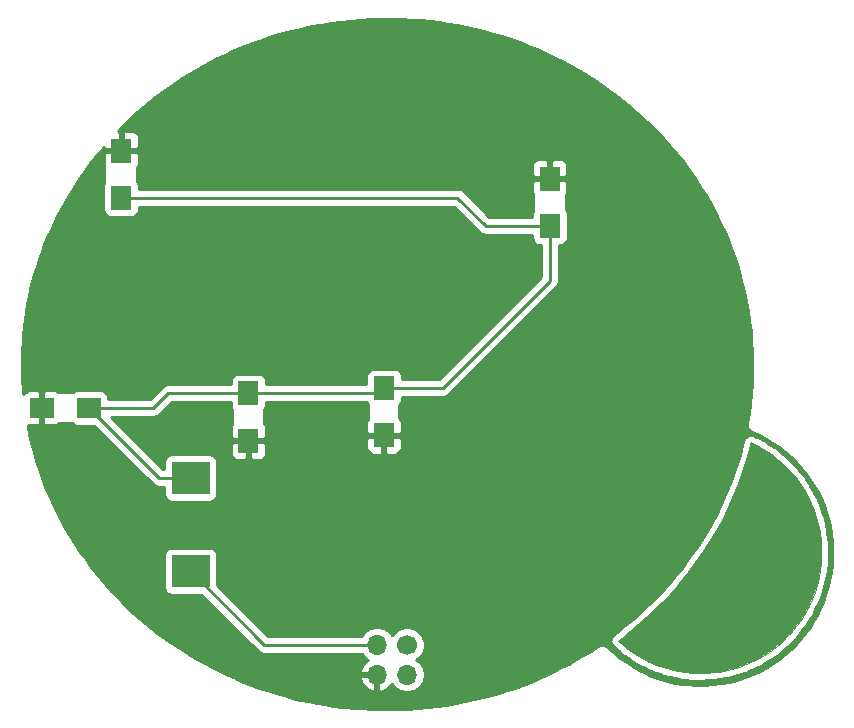
<source format=gbl>
G04 #@! TF.FileFunction,Copper,L2,Bot,Signal*
%FSLAX46Y46*%
G04 Gerber Fmt 4.6, Leading zero omitted, Abs format (unit mm)*
G04 Created by KiCad (PCBNEW 4.0.7) date 07/17/18 15:25:19*
%MOMM*%
%LPD*%
G01*
G04 APERTURE LIST*
%ADD10C,0.100000*%
%ADD11C,0.010000*%
%ADD12C,6.000000*%
%ADD13R,1.700000X2.000000*%
%ADD14R,2.000000X1.700000*%
%ADD15R,3.200000X2.700000*%
%ADD16C,1.700000*%
%ADD17O,1.700000X1.700000*%
%ADD18C,0.250000*%
%ADD19C,0.254000*%
G04 APERTURE END LIST*
D10*
D11*
G36*
X177232361Y-102125226D02*
X177298128Y-102151293D01*
X177393923Y-102195233D01*
X177507079Y-102250370D01*
X177965478Y-102492068D01*
X178406483Y-102755095D01*
X178838277Y-103044813D01*
X179269041Y-103366587D01*
X179527200Y-103574614D01*
X179652751Y-103682865D01*
X179798133Y-103815635D01*
X179957302Y-103966799D01*
X180124210Y-104130235D01*
X180292813Y-104299816D01*
X180457065Y-104469418D01*
X180610920Y-104632918D01*
X180748333Y-104784189D01*
X180863258Y-104917108D01*
X180914898Y-104980433D01*
X181318534Y-105521312D01*
X181681759Y-106074475D01*
X182004924Y-106640805D01*
X182288378Y-107221184D01*
X182532472Y-107816497D01*
X182737554Y-108427626D01*
X182903975Y-109055454D01*
X183032084Y-109700866D01*
X183122231Y-110364744D01*
X183146005Y-110614883D01*
X183153847Y-110738515D01*
X183159834Y-110895479D01*
X183163963Y-111076813D01*
X183166235Y-111273558D01*
X183166649Y-111476751D01*
X183165204Y-111677432D01*
X183161900Y-111866640D01*
X183156736Y-112035414D01*
X183149712Y-112174793D01*
X183146111Y-112223550D01*
X183070519Y-112872564D01*
X182953667Y-113514126D01*
X182796230Y-114146587D01*
X182598882Y-114768299D01*
X182362298Y-115377614D01*
X182087151Y-115972884D01*
X181774116Y-116552460D01*
X181423867Y-117114696D01*
X181037079Y-117657942D01*
X180799496Y-117959716D01*
X180699674Y-118077050D01*
X180575645Y-118214961D01*
X180433723Y-118367053D01*
X180280224Y-118526927D01*
X180121463Y-118688186D01*
X179963757Y-118844432D01*
X179813420Y-118989268D01*
X179676767Y-119116296D01*
X179560115Y-119219118D01*
X179537783Y-119237839D01*
X179008716Y-119651564D01*
X178468754Y-120024703D01*
X177916521Y-120357916D01*
X177350645Y-120651866D01*
X176769751Y-120907215D01*
X176172464Y-121124625D01*
X175557410Y-121304757D01*
X174965783Y-121439899D01*
X174499597Y-121520796D01*
X174016543Y-121582436D01*
X173528009Y-121623991D01*
X173045383Y-121644636D01*
X172580054Y-121643545D01*
X172314446Y-121632147D01*
X171653528Y-121572130D01*
X171005632Y-121471861D01*
X170371183Y-121331505D01*
X169750603Y-121151226D01*
X169144317Y-120931186D01*
X168552747Y-120671550D01*
X167976319Y-120372483D01*
X167415455Y-120034146D01*
X166870580Y-119656705D01*
X166533172Y-119396882D01*
X166426499Y-119309976D01*
X166316876Y-119218197D01*
X166215190Y-119130817D01*
X166132329Y-119057107D01*
X166110636Y-119037048D01*
X165954990Y-118891050D01*
X166290553Y-118633444D01*
X166978658Y-118086743D01*
X167667239Y-117503482D01*
X168350736Y-116889004D01*
X169023590Y-116248649D01*
X169680242Y-115587760D01*
X170315131Y-114911677D01*
X170922700Y-114225743D01*
X171122284Y-113990966D01*
X171836472Y-113111600D01*
X172510246Y-112219909D01*
X173143798Y-111315526D01*
X173737324Y-110398082D01*
X174291020Y-109467207D01*
X174805078Y-108522533D01*
X175279695Y-107563692D01*
X175715065Y-106590315D01*
X176111382Y-105602032D01*
X176468842Y-104598476D01*
X176787638Y-103579277D01*
X176973691Y-102910216D01*
X177011099Y-102767639D01*
X177047114Y-102628087D01*
X177079454Y-102500578D01*
X177105836Y-102394131D01*
X177123977Y-102317761D01*
X177126399Y-102306966D01*
X177145121Y-102227077D01*
X177162392Y-102161812D01*
X177174879Y-102123625D01*
X177176164Y-102120945D01*
X177192935Y-102115591D01*
X177232361Y-102125226D01*
X177232361Y-102125226D01*
G37*
X177232361Y-102125226D02*
X177298128Y-102151293D01*
X177393923Y-102195233D01*
X177507079Y-102250370D01*
X177965478Y-102492068D01*
X178406483Y-102755095D01*
X178838277Y-103044813D01*
X179269041Y-103366587D01*
X179527200Y-103574614D01*
X179652751Y-103682865D01*
X179798133Y-103815635D01*
X179957302Y-103966799D01*
X180124210Y-104130235D01*
X180292813Y-104299816D01*
X180457065Y-104469418D01*
X180610920Y-104632918D01*
X180748333Y-104784189D01*
X180863258Y-104917108D01*
X180914898Y-104980433D01*
X181318534Y-105521312D01*
X181681759Y-106074475D01*
X182004924Y-106640805D01*
X182288378Y-107221184D01*
X182532472Y-107816497D01*
X182737554Y-108427626D01*
X182903975Y-109055454D01*
X183032084Y-109700866D01*
X183122231Y-110364744D01*
X183146005Y-110614883D01*
X183153847Y-110738515D01*
X183159834Y-110895479D01*
X183163963Y-111076813D01*
X183166235Y-111273558D01*
X183166649Y-111476751D01*
X183165204Y-111677432D01*
X183161900Y-111866640D01*
X183156736Y-112035414D01*
X183149712Y-112174793D01*
X183146111Y-112223550D01*
X183070519Y-112872564D01*
X182953667Y-113514126D01*
X182796230Y-114146587D01*
X182598882Y-114768299D01*
X182362298Y-115377614D01*
X182087151Y-115972884D01*
X181774116Y-116552460D01*
X181423867Y-117114696D01*
X181037079Y-117657942D01*
X180799496Y-117959716D01*
X180699674Y-118077050D01*
X180575645Y-118214961D01*
X180433723Y-118367053D01*
X180280224Y-118526927D01*
X180121463Y-118688186D01*
X179963757Y-118844432D01*
X179813420Y-118989268D01*
X179676767Y-119116296D01*
X179560115Y-119219118D01*
X179537783Y-119237839D01*
X179008716Y-119651564D01*
X178468754Y-120024703D01*
X177916521Y-120357916D01*
X177350645Y-120651866D01*
X176769751Y-120907215D01*
X176172464Y-121124625D01*
X175557410Y-121304757D01*
X174965783Y-121439899D01*
X174499597Y-121520796D01*
X174016543Y-121582436D01*
X173528009Y-121623991D01*
X173045383Y-121644636D01*
X172580054Y-121643545D01*
X172314446Y-121632147D01*
X171653528Y-121572130D01*
X171005632Y-121471861D01*
X170371183Y-121331505D01*
X169750603Y-121151226D01*
X169144317Y-120931186D01*
X168552747Y-120671550D01*
X167976319Y-120372483D01*
X167415455Y-120034146D01*
X166870580Y-119656705D01*
X166533172Y-119396882D01*
X166426499Y-119309976D01*
X166316876Y-119218197D01*
X166215190Y-119130817D01*
X166132329Y-119057107D01*
X166110636Y-119037048D01*
X165954990Y-118891050D01*
X166290553Y-118633444D01*
X166978658Y-118086743D01*
X167667239Y-117503482D01*
X168350736Y-116889004D01*
X169023590Y-116248649D01*
X169680242Y-115587760D01*
X170315131Y-114911677D01*
X170922700Y-114225743D01*
X171122284Y-113990966D01*
X171836472Y-113111600D01*
X172510246Y-112219909D01*
X173143798Y-111315526D01*
X173737324Y-110398082D01*
X174291020Y-109467207D01*
X174805078Y-108522533D01*
X175279695Y-107563692D01*
X175715065Y-106590315D01*
X176111382Y-105602032D01*
X176468842Y-104598476D01*
X176787638Y-103579277D01*
X176973691Y-102910216D01*
X177011099Y-102767639D01*
X177047114Y-102628087D01*
X177079454Y-102500578D01*
X177105836Y-102394131D01*
X177123977Y-102317761D01*
X177126399Y-102306966D01*
X177145121Y-102227077D01*
X177162392Y-102161812D01*
X177174879Y-102123625D01*
X177176164Y-102120945D01*
X177192935Y-102115591D01*
X177232361Y-102125226D01*
D12*
X176632995Y-114113371D03*
D13*
X134656600Y-101948999D03*
X134656600Y-97948999D03*
X160178000Y-79765601D03*
X160178000Y-83765601D03*
D14*
X117151401Y-99189400D03*
X121151401Y-99189400D03*
D13*
X146137400Y-101501399D03*
X146137400Y-97501399D03*
X123881400Y-77393801D03*
X123881400Y-81393801D03*
D15*
X129762200Y-105116201D03*
X129762200Y-113016201D03*
D16*
X148084401Y-119228001D03*
D17*
X148084401Y-121768001D03*
X145544401Y-119228001D03*
X145544401Y-121768001D03*
D18*
X160178000Y-83765601D02*
X154733201Y-83765601D01*
X152361401Y-81393801D02*
X123881400Y-81393801D01*
X154733201Y-83765601D02*
X152361401Y-81393801D01*
X146137400Y-97501399D02*
X151113801Y-97501399D01*
X160178000Y-88437200D02*
X160178000Y-83765601D01*
X151113801Y-97501399D02*
X160178000Y-88437200D01*
X134656600Y-97948999D02*
X145689800Y-97948999D01*
X145689800Y-97948999D02*
X146137400Y-97501399D01*
X121151401Y-99189400D02*
X126616600Y-99189400D01*
X127857001Y-97948999D02*
X134656600Y-97948999D01*
X126616600Y-99189400D02*
X127857001Y-97948999D01*
X129762200Y-105116201D02*
X127078202Y-105116201D01*
X127078202Y-105116201D02*
X121151401Y-99189400D01*
X145544401Y-119228001D02*
X135974000Y-119228001D01*
X135974000Y-119228001D02*
X129762200Y-113016201D01*
D19*
G36*
X147557999Y-66273951D02*
X148409735Y-66313574D01*
X149258157Y-66374224D01*
X150032869Y-66454207D01*
X150808362Y-66552324D01*
X151581334Y-66668283D01*
X152351174Y-66802058D01*
X153117526Y-66953662D01*
X153879848Y-67123072D01*
X154637749Y-67310299D01*
X155390700Y-67515321D01*
X156138295Y-67738143D01*
X156880030Y-67978747D01*
X157615485Y-68237137D01*
X158344121Y-68513276D01*
X159065604Y-68807202D01*
X159779302Y-69118836D01*
X160484964Y-69448258D01*
X161179242Y-69794024D01*
X162168942Y-70330259D01*
X163140649Y-70901634D01*
X164092705Y-71507703D01*
X165023513Y-72148055D01*
X165931410Y-72822233D01*
X166814807Y-73529826D01*
X167672023Y-74270351D01*
X168502566Y-75044413D01*
X169120534Y-75660782D01*
X169722039Y-76296381D01*
X170305238Y-76949471D01*
X170869391Y-77619396D01*
X171413888Y-78305648D01*
X171938029Y-79007603D01*
X172441160Y-79724700D01*
X172922632Y-80456379D01*
X173381736Y-81201977D01*
X173817881Y-81961023D01*
X174230365Y-82732858D01*
X174618556Y-83516938D01*
X174981810Y-84312692D01*
X175319469Y-85119521D01*
X175630905Y-85936889D01*
X175915856Y-86765327D01*
X176174380Y-87596566D01*
X176406860Y-88434749D01*
X176613303Y-89279436D01*
X176793603Y-90129801D01*
X176947659Y-90985041D01*
X177075365Y-91844335D01*
X177176612Y-92706817D01*
X177251303Y-93571736D01*
X177299343Y-94438153D01*
X177320624Y-95305362D01*
X177315060Y-96172462D01*
X177282552Y-97038637D01*
X177222998Y-97903068D01*
X177136312Y-98764947D01*
X177022412Y-99623427D01*
X176879404Y-100488586D01*
X176880882Y-100533986D01*
X176870589Y-100578230D01*
X176885191Y-100666398D01*
X176888098Y-100755718D01*
X176906837Y-100797097D01*
X176914259Y-100841912D01*
X176961490Y-100917780D01*
X176998357Y-100999189D01*
X177031505Y-101030248D01*
X177055512Y-101068810D01*
X177128182Y-101120829D01*
X177193396Y-101181932D01*
X177235905Y-101197940D01*
X177272843Y-101224382D01*
X177882592Y-101500286D01*
X178459376Y-101803801D01*
X179019506Y-102141879D01*
X179560396Y-102512872D01*
X180079442Y-102915059D01*
X180574132Y-103346727D01*
X181041925Y-103806082D01*
X181482741Y-104293970D01*
X181867948Y-104766330D01*
X182223461Y-105257270D01*
X182550480Y-105767279D01*
X182848535Y-106294759D01*
X183117210Y-106838212D01*
X183356032Y-107396005D01*
X183564574Y-107966589D01*
X183740576Y-108542409D01*
X183895555Y-109218823D01*
X184010597Y-109901264D01*
X184081486Y-110573393D01*
X184106074Y-111237291D01*
X184106074Y-111655733D01*
X184047542Y-112377453D01*
X183962860Y-113098851D01*
X183840892Y-113809102D01*
X183764484Y-114150730D01*
X183673812Y-114494081D01*
X183495379Y-115065600D01*
X183287487Y-115623633D01*
X183049839Y-116170329D01*
X182783195Y-116704461D01*
X182488317Y-117224826D01*
X182165987Y-117730183D01*
X181816982Y-118219325D01*
X181443567Y-118689174D01*
X181018280Y-119164278D01*
X180565846Y-119616256D01*
X180088658Y-120042280D01*
X179588460Y-120440295D01*
X179067035Y-120808265D01*
X178526128Y-121144226D01*
X177967535Y-121446223D01*
X177390726Y-121713433D01*
X176719698Y-121979432D01*
X176037932Y-122200386D01*
X175345326Y-122376884D01*
X174644263Y-122508536D01*
X173937134Y-122594965D01*
X173226295Y-122635795D01*
X172514154Y-122630712D01*
X171794977Y-122578685D01*
X171323125Y-122524609D01*
X170855791Y-122449965D01*
X170392777Y-122354975D01*
X169934786Y-122239970D01*
X169482504Y-122105281D01*
X169036601Y-121951232D01*
X168597849Y-121778185D01*
X168166923Y-121586474D01*
X167744524Y-121376443D01*
X167331372Y-121148449D01*
X166928183Y-120902856D01*
X166535614Y-120639989D01*
X166154401Y-120360231D01*
X165785227Y-120063932D01*
X165428822Y-119751488D01*
X165074928Y-119412787D01*
X165025228Y-119381133D01*
X164983694Y-119339331D01*
X164913584Y-119310026D01*
X164849495Y-119269207D01*
X164791466Y-119258982D01*
X164737096Y-119236256D01*
X164661107Y-119236012D01*
X164586276Y-119222826D01*
X164528749Y-119235586D01*
X164469823Y-119235397D01*
X164399526Y-119264250D01*
X164325345Y-119280705D01*
X164277082Y-119314507D01*
X164222567Y-119336883D01*
X163622366Y-119735140D01*
X163019701Y-120114227D01*
X162407920Y-120478734D01*
X161787409Y-120828587D01*
X161158471Y-121163753D01*
X160521489Y-121484161D01*
X159876782Y-121789771D01*
X159224769Y-122080493D01*
X158565728Y-122356307D01*
X157900088Y-122617124D01*
X157228199Y-122862891D01*
X156550379Y-123093566D01*
X155866984Y-123309092D01*
X155178399Y-123509404D01*
X154485065Y-123694425D01*
X153788257Y-123863881D01*
X152994551Y-124035625D01*
X152195177Y-124188004D01*
X151391557Y-124320961D01*
X150584948Y-124434483D01*
X149776631Y-124528550D01*
X148967950Y-124603155D01*
X148160069Y-124658303D01*
X147361280Y-124693671D01*
X145383395Y-124693671D01*
X143965742Y-124615481D01*
X142549636Y-124481518D01*
X141849996Y-124393502D01*
X141148416Y-124290090D01*
X140447914Y-124171325D01*
X139750166Y-124037211D01*
X139047510Y-123880926D01*
X138346030Y-123708753D01*
X137648573Y-123521301D01*
X136955484Y-123318623D01*
X136267040Y-123100745D01*
X135583706Y-122867757D01*
X134905834Y-122619713D01*
X134233718Y-122356645D01*
X133678589Y-122124891D01*
X144102925Y-122124891D01*
X144272756Y-122534925D01*
X144663043Y-122963184D01*
X145187509Y-123209487D01*
X145417401Y-123088820D01*
X145417401Y-121895001D01*
X144224246Y-121895001D01*
X144102925Y-122124891D01*
X133678589Y-122124891D01*
X133567737Y-122078613D01*
X132908290Y-121785693D01*
X132255699Y-121477927D01*
X131610365Y-121155391D01*
X130972601Y-120818122D01*
X130342742Y-120466163D01*
X129721236Y-120099626D01*
X129111059Y-119720201D01*
X128009254Y-118983362D01*
X126941520Y-118203649D01*
X125908155Y-117380491D01*
X124911614Y-116514772D01*
X123951549Y-115604732D01*
X123491025Y-115138346D01*
X123038587Y-114659200D01*
X122597142Y-114170036D01*
X122166990Y-113670963D01*
X121748534Y-113162209D01*
X121341599Y-112643288D01*
X120870718Y-112014904D01*
X120623961Y-111666201D01*
X127514760Y-111666201D01*
X127514760Y-114366201D01*
X127559038Y-114601518D01*
X127698110Y-114817642D01*
X127910310Y-114962632D01*
X128162200Y-115013641D01*
X130684838Y-115013641D01*
X135436599Y-119765402D01*
X135683161Y-119930149D01*
X135974000Y-119988001D01*
X144271447Y-119988001D01*
X144465254Y-120278055D01*
X144805954Y-120505703D01*
X144663043Y-120572818D01*
X144272756Y-121001077D01*
X144102925Y-121411111D01*
X144224246Y-121641001D01*
X145417401Y-121641001D01*
X145417401Y-121621001D01*
X145671401Y-121621001D01*
X145671401Y-121641001D01*
X145691401Y-121641001D01*
X145691401Y-121895001D01*
X145671401Y-121895001D01*
X145671401Y-123088820D01*
X145901293Y-123209487D01*
X146425759Y-122963184D01*
X146816046Y-122534925D01*
X146816056Y-122534900D01*
X147005254Y-122818055D01*
X147487023Y-123139962D01*
X148055308Y-123253001D01*
X148113494Y-123253001D01*
X148681779Y-123139962D01*
X149163548Y-122818055D01*
X149485455Y-122336286D01*
X149598494Y-121768001D01*
X149485455Y-121199716D01*
X149163548Y-120717947D01*
X148859241Y-120514616D01*
X148924487Y-120487657D01*
X149342589Y-120070284D01*
X149569143Y-119524682D01*
X149569658Y-118933912D01*
X149560402Y-118911510D01*
X165315318Y-118911510D01*
X165331998Y-118983293D01*
X165336835Y-119056833D01*
X165359993Y-119103766D01*
X165371839Y-119154745D01*
X165414721Y-119214682D01*
X165447331Y-119280771D01*
X165486687Y-119315270D01*
X165517140Y-119357834D01*
X165672786Y-119503833D01*
X165674764Y-119505065D01*
X165676131Y-119506947D01*
X165697824Y-119527007D01*
X165703173Y-119530286D01*
X165706956Y-119535289D01*
X165789817Y-119608999D01*
X165794633Y-119611825D01*
X165798077Y-119616221D01*
X165899763Y-119703601D01*
X165903409Y-119705657D01*
X165906032Y-119708918D01*
X166015656Y-119800698D01*
X166019485Y-119802793D01*
X166022264Y-119806155D01*
X166128937Y-119893062D01*
X166136822Y-119897241D01*
X166142694Y-119903959D01*
X166480103Y-120163782D01*
X166494765Y-120171044D01*
X166506142Y-120182809D01*
X167051017Y-120560250D01*
X167069767Y-120568387D01*
X167084872Y-120582156D01*
X167645736Y-120920493D01*
X167665320Y-120927563D01*
X167681577Y-120940574D01*
X168258005Y-121239641D01*
X168278257Y-121245514D01*
X168295538Y-121257590D01*
X168887108Y-121517227D01*
X168907828Y-121521800D01*
X168925976Y-121532790D01*
X169532262Y-121752830D01*
X169553235Y-121756038D01*
X169572063Y-121765818D01*
X170192643Y-121946097D01*
X170213644Y-121947915D01*
X170232941Y-121956396D01*
X170867391Y-122096752D01*
X170888196Y-122097197D01*
X170907750Y-122104332D01*
X171555646Y-122204601D01*
X171576058Y-122203727D01*
X171595649Y-122209507D01*
X172256566Y-122269524D01*
X172271961Y-122267889D01*
X172287007Y-122271559D01*
X172552615Y-122282957D01*
X172565638Y-122280943D01*
X172578553Y-122283543D01*
X173043882Y-122284634D01*
X173058257Y-122281810D01*
X173072735Y-122284051D01*
X173555361Y-122263406D01*
X173568654Y-122260166D01*
X173582252Y-122261688D01*
X174070786Y-122220133D01*
X174083918Y-122216340D01*
X174097553Y-122217288D01*
X174580607Y-122155648D01*
X174594438Y-122151014D01*
X174609021Y-122151372D01*
X175075207Y-122070475D01*
X175091185Y-122064311D01*
X175108304Y-122063828D01*
X175699931Y-121928686D01*
X175717794Y-121920689D01*
X175737292Y-121918958D01*
X176352346Y-121738826D01*
X176370799Y-121729190D01*
X176391371Y-121726023D01*
X176988658Y-121508613D01*
X177006697Y-121497666D01*
X177027297Y-121493107D01*
X177608191Y-121237758D01*
X177625446Y-121225685D01*
X177645669Y-121219810D01*
X178211545Y-120925860D01*
X178227696Y-120912920D01*
X178247164Y-120905890D01*
X178799397Y-120572677D01*
X178814206Y-120559175D01*
X178832599Y-120551217D01*
X179372561Y-120178078D01*
X179385877Y-120164339D01*
X179402960Y-120155719D01*
X179932027Y-119741994D01*
X179939241Y-119733614D01*
X179948938Y-119728300D01*
X179971270Y-119709579D01*
X179976327Y-119703285D01*
X179983307Y-119699231D01*
X180099959Y-119596409D01*
X180105181Y-119589568D01*
X180112506Y-119585051D01*
X180249159Y-119458023D01*
X180252564Y-119453309D01*
X180257457Y-119450170D01*
X180407794Y-119305334D01*
X180410395Y-119301594D01*
X180414196Y-119299080D01*
X180571902Y-119142834D01*
X180574173Y-119139469D01*
X180577530Y-119137188D01*
X180736291Y-118975929D01*
X180738534Y-118972515D01*
X180741883Y-118970177D01*
X180895382Y-118810303D01*
X180897880Y-118806394D01*
X180901645Y-118803686D01*
X181043567Y-118651594D01*
X181046717Y-118646508D01*
X181051509Y-118642925D01*
X181175538Y-118505014D01*
X181180112Y-118497315D01*
X181187135Y-118491757D01*
X181286957Y-118374423D01*
X181292970Y-118363637D01*
X181302355Y-118355611D01*
X181539938Y-118053836D01*
X181547036Y-118039882D01*
X181558433Y-118029143D01*
X181945221Y-117485897D01*
X181953413Y-117467670D01*
X181967084Y-117453097D01*
X182317333Y-116890861D01*
X182324423Y-116872070D01*
X182337229Y-116856603D01*
X182650264Y-116277028D01*
X182656209Y-116257733D01*
X182668094Y-116241409D01*
X182943241Y-115646138D01*
X182948001Y-115626396D01*
X182958904Y-115609263D01*
X183195488Y-114999948D01*
X183199026Y-114979824D01*
X183208887Y-114961931D01*
X183406235Y-114340219D01*
X183408513Y-114319786D01*
X183417278Y-114301183D01*
X183574715Y-113668722D01*
X183575700Y-113648049D01*
X183583308Y-113628807D01*
X183700160Y-112987245D01*
X183699823Y-112966425D01*
X183706222Y-112946606D01*
X183781814Y-112297592D01*
X183780712Y-112283914D01*
X183784373Y-112270689D01*
X183787974Y-112221932D01*
X183787043Y-112214381D01*
X183788901Y-112207005D01*
X183795925Y-112067626D01*
X183794989Y-112061259D01*
X183796437Y-112054987D01*
X183801601Y-111886213D01*
X183800895Y-111881992D01*
X183801802Y-111877814D01*
X183805106Y-111688606D01*
X183804511Y-111685315D01*
X183805187Y-111682040D01*
X183806632Y-111481359D01*
X183806066Y-111478403D01*
X183806648Y-111475447D01*
X183806234Y-111272254D01*
X183805623Y-111269213D01*
X183806192Y-111266168D01*
X183803920Y-111069423D01*
X183803165Y-111065846D01*
X183803797Y-111062244D01*
X183799668Y-110880910D01*
X183798581Y-110876027D01*
X183799369Y-110871085D01*
X183793382Y-110714122D01*
X183791475Y-110706137D01*
X183792563Y-110698001D01*
X183784721Y-110574369D01*
X183782098Y-110564495D01*
X183783134Y-110554328D01*
X183759360Y-110304189D01*
X183755609Y-110291671D01*
X183756411Y-110278630D01*
X183666264Y-109614752D01*
X183659829Y-109596045D01*
X183659837Y-109576262D01*
X183531728Y-108930850D01*
X183523895Y-108911918D01*
X183522610Y-108891470D01*
X183356189Y-108263642D01*
X183346965Y-108244811D01*
X183344301Y-108224015D01*
X183139219Y-107612885D01*
X183128688Y-107594498D01*
X183124628Y-107573697D01*
X182880534Y-106978385D01*
X182868850Y-106960763D01*
X182863456Y-106940319D01*
X182580002Y-106359940D01*
X182567386Y-106343368D01*
X182560791Y-106323611D01*
X182237626Y-105757281D01*
X182224341Y-105741977D01*
X182216736Y-105723192D01*
X181853511Y-105170029D01*
X181839840Y-105156137D01*
X181831454Y-105138541D01*
X181427817Y-104597662D01*
X181417437Y-104588310D01*
X181410888Y-104575965D01*
X181359248Y-104512640D01*
X181352019Y-104506669D01*
X181347388Y-104498517D01*
X181232463Y-104365598D01*
X181226169Y-104360698D01*
X181222060Y-104353860D01*
X181084647Y-104202589D01*
X181080043Y-104199182D01*
X181077007Y-104194326D01*
X180923152Y-104030826D01*
X180919344Y-104028111D01*
X180916807Y-104024179D01*
X180752554Y-103854577D01*
X180749036Y-103852144D01*
X180746668Y-103848578D01*
X180578065Y-103678997D01*
X180574441Y-103676561D01*
X180571977Y-103672955D01*
X180405069Y-103509520D01*
X180400903Y-103506799D01*
X180398031Y-103502732D01*
X180238861Y-103351568D01*
X180233486Y-103348174D01*
X180229718Y-103343053D01*
X180084336Y-103210283D01*
X180076388Y-103205478D01*
X180070671Y-103198156D01*
X179945120Y-103089905D01*
X179935707Y-103084575D01*
X179928768Y-103076273D01*
X179670609Y-102868246D01*
X179660034Y-102862714D01*
X179652051Y-102853846D01*
X179221287Y-102532072D01*
X179206459Y-102524996D01*
X179194864Y-102513357D01*
X178763070Y-102223639D01*
X178747133Y-102217002D01*
X178734315Y-102205435D01*
X178293310Y-101942408D01*
X178277231Y-101936694D01*
X178263977Y-101925942D01*
X177805578Y-101684244D01*
X177795657Y-101681296D01*
X177787419Y-101675036D01*
X177674263Y-101619899D01*
X177666912Y-101617966D01*
X177660753Y-101613510D01*
X177564957Y-101569570D01*
X177548316Y-101565609D01*
X177533947Y-101556323D01*
X177468180Y-101530256D01*
X177424522Y-101522266D01*
X177384294Y-101503522D01*
X177344868Y-101493887D01*
X177294694Y-101491711D01*
X177246430Y-101477831D01*
X177171112Y-101486353D01*
X177095388Y-101483069D01*
X177048204Y-101500259D01*
X176998298Y-101505905D01*
X176981527Y-101511259D01*
X176973187Y-101515873D01*
X176963757Y-101517221D01*
X176919953Y-101543161D01*
X176885396Y-101552837D01*
X176869401Y-101565398D01*
X176860757Y-101568547D01*
X176834538Y-101592587D01*
X176763027Y-101632153D01*
X176757089Y-101639606D01*
X176748889Y-101644462D01*
X176720481Y-101682344D01*
X176689000Y-101707066D01*
X176654552Y-101768307D01*
X176607423Y-101827462D01*
X176604790Y-101836617D01*
X176599072Y-101844242D01*
X176597787Y-101846922D01*
X176587299Y-101887869D01*
X176566575Y-101924712D01*
X176554088Y-101962899D01*
X176551866Y-101981372D01*
X176543689Y-101998085D01*
X176526418Y-102063350D01*
X176525840Y-102072607D01*
X176522003Y-102081050D01*
X176503281Y-102160938D01*
X176503176Y-102164030D01*
X176501924Y-102166857D01*
X176500388Y-102173702D01*
X176483870Y-102243242D01*
X176458689Y-102344843D01*
X176427078Y-102469477D01*
X176391677Y-102606647D01*
X176355834Y-102743261D01*
X176173777Y-103397952D01*
X175861752Y-104395501D01*
X175512695Y-105375468D01*
X175125716Y-106340464D01*
X174700574Y-107290975D01*
X174236998Y-108227510D01*
X173734710Y-109150555D01*
X173193433Y-110060551D01*
X172612846Y-110957995D01*
X171992677Y-111843272D01*
X171332604Y-112716830D01*
X170630014Y-113581917D01*
X170439302Y-113806257D01*
X169842219Y-114480353D01*
X169219884Y-115143067D01*
X168575901Y-115791205D01*
X167916099Y-116419139D01*
X167246387Y-117021223D01*
X166572674Y-117591891D01*
X165896603Y-118129031D01*
X165565269Y-118383391D01*
X165530770Y-118422747D01*
X165488206Y-118453200D01*
X165449243Y-118515753D01*
X165400662Y-118571174D01*
X165383850Y-118620738D01*
X165356180Y-118665160D01*
X165344121Y-118737862D01*
X165320447Y-118807655D01*
X165323882Y-118859880D01*
X165315318Y-118911510D01*
X149560402Y-118911510D01*
X149344057Y-118387915D01*
X148926684Y-117969813D01*
X148381082Y-117743259D01*
X147790312Y-117742744D01*
X147244315Y-117968345D01*
X146826213Y-118385718D01*
X146801746Y-118444640D01*
X146623548Y-118177947D01*
X146141779Y-117856040D01*
X145573494Y-117743001D01*
X145515308Y-117743001D01*
X144947023Y-117856040D01*
X144465254Y-118177947D01*
X144271447Y-118468001D01*
X136288802Y-118468001D01*
X132009640Y-114188839D01*
X132009640Y-111666201D01*
X131965362Y-111430884D01*
X131826290Y-111214760D01*
X131614090Y-111069770D01*
X131362200Y-111018761D01*
X128162200Y-111018761D01*
X127926883Y-111063039D01*
X127710759Y-111202111D01*
X127565769Y-111414311D01*
X127514760Y-111666201D01*
X120623961Y-111666201D01*
X120418224Y-111375466D01*
X119983465Y-110724097D01*
X119566746Y-110061187D01*
X119168422Y-109387192D01*
X118788880Y-108702633D01*
X118428471Y-108007970D01*
X118087534Y-107303643D01*
X117766428Y-106590130D01*
X117465481Y-105867843D01*
X117185098Y-105137376D01*
X116925573Y-104399056D01*
X116687301Y-103653474D01*
X116470582Y-102900954D01*
X116275789Y-102142041D01*
X116102718Y-101374759D01*
X115974276Y-100739449D01*
X115957711Y-100646490D01*
X116025092Y-100674400D01*
X116865651Y-100674400D01*
X117024401Y-100515650D01*
X117024401Y-99316400D01*
X117004401Y-99316400D01*
X117004401Y-99062400D01*
X117024401Y-99062400D01*
X117024401Y-97863150D01*
X117278401Y-97863150D01*
X117278401Y-99062400D01*
X117298401Y-99062400D01*
X117298401Y-99316400D01*
X117278401Y-99316400D01*
X117278401Y-100515650D01*
X117437151Y-100674400D01*
X118277710Y-100674400D01*
X118511099Y-100577727D01*
X118631827Y-100457000D01*
X119665535Y-100457000D01*
X119687311Y-100490841D01*
X119899511Y-100635831D01*
X120151401Y-100686840D01*
X121574039Y-100686840D01*
X126540801Y-105653602D01*
X126787362Y-105818349D01*
X127078202Y-105876201D01*
X127514760Y-105876201D01*
X127514760Y-106466201D01*
X127559038Y-106701518D01*
X127698110Y-106917642D01*
X127910310Y-107062632D01*
X128162200Y-107113641D01*
X131362200Y-107113641D01*
X131597517Y-107069363D01*
X131813641Y-106930291D01*
X131958631Y-106718091D01*
X132009640Y-106466201D01*
X132009640Y-103766201D01*
X131965362Y-103530884D01*
X131826290Y-103314760D01*
X131614090Y-103169770D01*
X131362200Y-103118761D01*
X128162200Y-103118761D01*
X127926883Y-103163039D01*
X127710759Y-103302111D01*
X127565769Y-103514311D01*
X127514760Y-103766201D01*
X127514760Y-104356201D01*
X127393004Y-104356201D01*
X125271552Y-102234749D01*
X133171600Y-102234749D01*
X133171600Y-103075308D01*
X133268273Y-103308697D01*
X133446901Y-103487326D01*
X133680290Y-103583999D01*
X134370850Y-103583999D01*
X134529600Y-103425249D01*
X134529600Y-102075999D01*
X134783600Y-102075999D01*
X134783600Y-103425249D01*
X134942350Y-103583999D01*
X135632910Y-103583999D01*
X135866299Y-103487326D01*
X136044927Y-103308697D01*
X136141600Y-103075308D01*
X136141600Y-102234749D01*
X135982850Y-102075999D01*
X134783600Y-102075999D01*
X134529600Y-102075999D01*
X133330350Y-102075999D01*
X133171600Y-102234749D01*
X125271552Y-102234749D01*
X122986203Y-99949400D01*
X126616600Y-99949400D01*
X126907439Y-99891548D01*
X127154001Y-99726801D01*
X128171803Y-98708999D01*
X133159160Y-98708999D01*
X133159160Y-98948999D01*
X133203438Y-99184316D01*
X133273800Y-99293662D01*
X133273800Y-100583774D01*
X133268273Y-100589301D01*
X133171600Y-100822690D01*
X133171600Y-101663249D01*
X133330350Y-101821999D01*
X134529600Y-101821999D01*
X134529600Y-101801999D01*
X134783600Y-101801999D01*
X134783600Y-101821999D01*
X135982850Y-101821999D01*
X136017700Y-101787149D01*
X144652400Y-101787149D01*
X144652400Y-102627708D01*
X144749073Y-102861097D01*
X144927701Y-103039726D01*
X145161090Y-103136399D01*
X145851650Y-103136399D01*
X146010400Y-102977649D01*
X146010400Y-101628399D01*
X146264400Y-101628399D01*
X146264400Y-102977649D01*
X146423150Y-103136399D01*
X147113710Y-103136399D01*
X147347099Y-103039726D01*
X147525727Y-102861097D01*
X147622400Y-102627708D01*
X147622400Y-101787149D01*
X147463650Y-101628399D01*
X146264400Y-101628399D01*
X146010400Y-101628399D01*
X144811150Y-101628399D01*
X144652400Y-101787149D01*
X136017700Y-101787149D01*
X136141600Y-101663249D01*
X136141600Y-100822690D01*
X136044927Y-100589301D01*
X135966200Y-100510574D01*
X135966200Y-99401148D01*
X136103031Y-99200889D01*
X136154040Y-98948999D01*
X136154040Y-98708999D01*
X144679023Y-98708999D01*
X144684238Y-98736716D01*
X144754600Y-98846062D01*
X144754600Y-100136174D01*
X144749073Y-100141701D01*
X144652400Y-100375090D01*
X144652400Y-101215649D01*
X144811150Y-101374399D01*
X146010400Y-101374399D01*
X146010400Y-101354399D01*
X146264400Y-101354399D01*
X146264400Y-101374399D01*
X147463650Y-101374399D01*
X147622400Y-101215649D01*
X147622400Y-100375090D01*
X147525727Y-100141701D01*
X147396200Y-100012173D01*
X147396200Y-98992928D01*
X147438841Y-98965489D01*
X147583831Y-98753289D01*
X147634840Y-98501399D01*
X147634840Y-98261399D01*
X151113801Y-98261399D01*
X151404640Y-98203547D01*
X151651202Y-98038800D01*
X160715401Y-88974601D01*
X160880148Y-88728039D01*
X160938000Y-88437200D01*
X160938000Y-85413041D01*
X161028000Y-85413041D01*
X161263317Y-85368763D01*
X161479441Y-85229691D01*
X161624431Y-85017491D01*
X161675440Y-84765601D01*
X161675440Y-82765601D01*
X161631162Y-82530284D01*
X161518600Y-82355358D01*
X161518600Y-81173026D01*
X161566327Y-81125299D01*
X161663000Y-80891910D01*
X161663000Y-80051351D01*
X161504250Y-79892601D01*
X160305000Y-79892601D01*
X160305000Y-79912601D01*
X160051000Y-79912601D01*
X160051000Y-79892601D01*
X158851750Y-79892601D01*
X158693000Y-80051351D01*
X158693000Y-80891910D01*
X158775400Y-81090841D01*
X158775400Y-82449562D01*
X158731569Y-82513711D01*
X158680560Y-82765601D01*
X158680560Y-83005601D01*
X155048003Y-83005601D01*
X152898802Y-80856400D01*
X152652240Y-80691653D01*
X152361401Y-80633801D01*
X125378840Y-80633801D01*
X125378840Y-80393801D01*
X125334562Y-80158484D01*
X125196600Y-79944085D01*
X125196600Y-78826626D01*
X125269727Y-78753499D01*
X125317033Y-78639292D01*
X158693000Y-78639292D01*
X158693000Y-79479851D01*
X158851750Y-79638601D01*
X160051000Y-79638601D01*
X160051000Y-78289351D01*
X160305000Y-78289351D01*
X160305000Y-79638601D01*
X161504250Y-79638601D01*
X161663000Y-79479851D01*
X161663000Y-78639292D01*
X161566327Y-78405903D01*
X161387699Y-78227274D01*
X161154310Y-78130601D01*
X160463750Y-78130601D01*
X160305000Y-78289351D01*
X160051000Y-78289351D01*
X159892250Y-78130601D01*
X159201690Y-78130601D01*
X158968301Y-78227274D01*
X158789673Y-78405903D01*
X158693000Y-78639292D01*
X125317033Y-78639292D01*
X125366400Y-78520110D01*
X125366400Y-77679551D01*
X125207650Y-77520801D01*
X124008400Y-77520801D01*
X124008400Y-77540801D01*
X123754400Y-77540801D01*
X123754400Y-77520801D01*
X122555150Y-77520801D01*
X122396400Y-77679551D01*
X122396400Y-78520110D01*
X122453400Y-78657720D01*
X122453400Y-80114936D01*
X122434969Y-80141911D01*
X122383960Y-80393801D01*
X122383960Y-82393801D01*
X122428238Y-82629118D01*
X122567310Y-82845242D01*
X122779510Y-82990232D01*
X123031400Y-83041241D01*
X124731400Y-83041241D01*
X124966717Y-82996963D01*
X125182841Y-82857891D01*
X125327831Y-82645691D01*
X125378840Y-82393801D01*
X125378840Y-82153801D01*
X152046599Y-82153801D01*
X154195800Y-84303002D01*
X154442362Y-84467749D01*
X154733201Y-84525601D01*
X158680560Y-84525601D01*
X158680560Y-84765601D01*
X158724838Y-85000918D01*
X158863910Y-85217042D01*
X159076110Y-85362032D01*
X159328000Y-85413041D01*
X159418000Y-85413041D01*
X159418000Y-88122398D01*
X150798999Y-96741399D01*
X147634840Y-96741399D01*
X147634840Y-96501399D01*
X147590562Y-96266082D01*
X147451490Y-96049958D01*
X147239290Y-95904968D01*
X146987400Y-95853959D01*
X145287400Y-95853959D01*
X145052083Y-95898237D01*
X144835959Y-96037309D01*
X144690969Y-96249509D01*
X144639960Y-96501399D01*
X144639960Y-97188999D01*
X136154040Y-97188999D01*
X136154040Y-96948999D01*
X136109762Y-96713682D01*
X135970690Y-96497558D01*
X135758490Y-96352568D01*
X135506600Y-96301559D01*
X133806600Y-96301559D01*
X133571283Y-96345837D01*
X133355159Y-96484909D01*
X133210169Y-96697109D01*
X133159160Y-96948999D01*
X133159160Y-97188999D01*
X127857001Y-97188999D01*
X127566162Y-97246851D01*
X127319600Y-97411598D01*
X126301798Y-98429400D01*
X122798841Y-98429400D01*
X122798841Y-98339400D01*
X122754563Y-98104083D01*
X122615491Y-97887959D01*
X122403291Y-97742969D01*
X122151401Y-97691960D01*
X120151401Y-97691960D01*
X119916084Y-97736238D01*
X119793063Y-97815400D01*
X118525426Y-97815400D01*
X118511099Y-97801073D01*
X118277710Y-97704400D01*
X117437151Y-97704400D01*
X117278401Y-97863150D01*
X117024401Y-97863150D01*
X116865651Y-97704400D01*
X116025092Y-97704400D01*
X115791703Y-97801073D01*
X115613074Y-97979701D01*
X115594837Y-98023728D01*
X115552044Y-97518801D01*
X115511916Y-96868863D01*
X115486678Y-96218003D01*
X115476389Y-95566895D01*
X115481092Y-94915848D01*
X115500836Y-94265350D01*
X115535666Y-93615926D01*
X115585624Y-92968069D01*
X115650760Y-92322169D01*
X115731108Y-91678766D01*
X115826863Y-91037305D01*
X115938351Y-90385671D01*
X116065640Y-89737919D01*
X116208769Y-89093362D01*
X116367615Y-88452298D01*
X116541987Y-87815298D01*
X116731762Y-87182665D01*
X116936764Y-86554893D01*
X117156853Y-85932343D01*
X117391867Y-85315459D01*
X117641656Y-84704631D01*
X117906049Y-84100313D01*
X118184912Y-83502866D01*
X118478060Y-82912755D01*
X118785326Y-82330405D01*
X119106594Y-81756147D01*
X119444653Y-81185419D01*
X119783555Y-80623086D01*
X120132943Y-80073749D01*
X120495493Y-79532560D01*
X120870823Y-78999734D01*
X121258598Y-78475412D01*
X121656142Y-77962756D01*
X122396400Y-77071686D01*
X122396400Y-77108051D01*
X122555150Y-77266801D01*
X123754400Y-77266801D01*
X123754400Y-75917551D01*
X124008400Y-75917551D01*
X124008400Y-77266801D01*
X125207650Y-77266801D01*
X125366400Y-77108051D01*
X125366400Y-76267492D01*
X125269727Y-76034103D01*
X125091099Y-75855474D01*
X124857710Y-75758801D01*
X124167150Y-75758801D01*
X124008400Y-75917551D01*
X123754400Y-75917551D01*
X123596759Y-75759910D01*
X124292117Y-75057009D01*
X125250649Y-74166217D01*
X126246564Y-73314458D01*
X126779489Y-72888917D01*
X127325728Y-72472445D01*
X127881810Y-72067786D01*
X128447365Y-71675206D01*
X129022064Y-71294943D01*
X129605509Y-70927278D01*
X130197362Y-70572456D01*
X130797258Y-70230737D01*
X131404814Y-69902388D01*
X132019637Y-69587680D01*
X132641403Y-69286849D01*
X133269687Y-69000177D01*
X133904242Y-68727867D01*
X134544546Y-68470238D01*
X135190298Y-68227514D01*
X135843363Y-67999166D01*
X136653246Y-67730917D01*
X137466299Y-67486404D01*
X138285748Y-67264287D01*
X139110929Y-67064504D01*
X139941388Y-66886938D01*
X140776505Y-66731511D01*
X141615731Y-66598131D01*
X142458495Y-66486706D01*
X143304277Y-66397138D01*
X144152436Y-66329343D01*
X145002467Y-66283220D01*
X145853794Y-66258677D01*
X146705812Y-66255619D01*
X147557999Y-66273951D01*
X147557999Y-66273951D01*
G37*
X147557999Y-66273951D02*
X148409735Y-66313574D01*
X149258157Y-66374224D01*
X150032869Y-66454207D01*
X150808362Y-66552324D01*
X151581334Y-66668283D01*
X152351174Y-66802058D01*
X153117526Y-66953662D01*
X153879848Y-67123072D01*
X154637749Y-67310299D01*
X155390700Y-67515321D01*
X156138295Y-67738143D01*
X156880030Y-67978747D01*
X157615485Y-68237137D01*
X158344121Y-68513276D01*
X159065604Y-68807202D01*
X159779302Y-69118836D01*
X160484964Y-69448258D01*
X161179242Y-69794024D01*
X162168942Y-70330259D01*
X163140649Y-70901634D01*
X164092705Y-71507703D01*
X165023513Y-72148055D01*
X165931410Y-72822233D01*
X166814807Y-73529826D01*
X167672023Y-74270351D01*
X168502566Y-75044413D01*
X169120534Y-75660782D01*
X169722039Y-76296381D01*
X170305238Y-76949471D01*
X170869391Y-77619396D01*
X171413888Y-78305648D01*
X171938029Y-79007603D01*
X172441160Y-79724700D01*
X172922632Y-80456379D01*
X173381736Y-81201977D01*
X173817881Y-81961023D01*
X174230365Y-82732858D01*
X174618556Y-83516938D01*
X174981810Y-84312692D01*
X175319469Y-85119521D01*
X175630905Y-85936889D01*
X175915856Y-86765327D01*
X176174380Y-87596566D01*
X176406860Y-88434749D01*
X176613303Y-89279436D01*
X176793603Y-90129801D01*
X176947659Y-90985041D01*
X177075365Y-91844335D01*
X177176612Y-92706817D01*
X177251303Y-93571736D01*
X177299343Y-94438153D01*
X177320624Y-95305362D01*
X177315060Y-96172462D01*
X177282552Y-97038637D01*
X177222998Y-97903068D01*
X177136312Y-98764947D01*
X177022412Y-99623427D01*
X176879404Y-100488586D01*
X176880882Y-100533986D01*
X176870589Y-100578230D01*
X176885191Y-100666398D01*
X176888098Y-100755718D01*
X176906837Y-100797097D01*
X176914259Y-100841912D01*
X176961490Y-100917780D01*
X176998357Y-100999189D01*
X177031505Y-101030248D01*
X177055512Y-101068810D01*
X177128182Y-101120829D01*
X177193396Y-101181932D01*
X177235905Y-101197940D01*
X177272843Y-101224382D01*
X177882592Y-101500286D01*
X178459376Y-101803801D01*
X179019506Y-102141879D01*
X179560396Y-102512872D01*
X180079442Y-102915059D01*
X180574132Y-103346727D01*
X181041925Y-103806082D01*
X181482741Y-104293970D01*
X181867948Y-104766330D01*
X182223461Y-105257270D01*
X182550480Y-105767279D01*
X182848535Y-106294759D01*
X183117210Y-106838212D01*
X183356032Y-107396005D01*
X183564574Y-107966589D01*
X183740576Y-108542409D01*
X183895555Y-109218823D01*
X184010597Y-109901264D01*
X184081486Y-110573393D01*
X184106074Y-111237291D01*
X184106074Y-111655733D01*
X184047542Y-112377453D01*
X183962860Y-113098851D01*
X183840892Y-113809102D01*
X183764484Y-114150730D01*
X183673812Y-114494081D01*
X183495379Y-115065600D01*
X183287487Y-115623633D01*
X183049839Y-116170329D01*
X182783195Y-116704461D01*
X182488317Y-117224826D01*
X182165987Y-117730183D01*
X181816982Y-118219325D01*
X181443567Y-118689174D01*
X181018280Y-119164278D01*
X180565846Y-119616256D01*
X180088658Y-120042280D01*
X179588460Y-120440295D01*
X179067035Y-120808265D01*
X178526128Y-121144226D01*
X177967535Y-121446223D01*
X177390726Y-121713433D01*
X176719698Y-121979432D01*
X176037932Y-122200386D01*
X175345326Y-122376884D01*
X174644263Y-122508536D01*
X173937134Y-122594965D01*
X173226295Y-122635795D01*
X172514154Y-122630712D01*
X171794977Y-122578685D01*
X171323125Y-122524609D01*
X170855791Y-122449965D01*
X170392777Y-122354975D01*
X169934786Y-122239970D01*
X169482504Y-122105281D01*
X169036601Y-121951232D01*
X168597849Y-121778185D01*
X168166923Y-121586474D01*
X167744524Y-121376443D01*
X167331372Y-121148449D01*
X166928183Y-120902856D01*
X166535614Y-120639989D01*
X166154401Y-120360231D01*
X165785227Y-120063932D01*
X165428822Y-119751488D01*
X165074928Y-119412787D01*
X165025228Y-119381133D01*
X164983694Y-119339331D01*
X164913584Y-119310026D01*
X164849495Y-119269207D01*
X164791466Y-119258982D01*
X164737096Y-119236256D01*
X164661107Y-119236012D01*
X164586276Y-119222826D01*
X164528749Y-119235586D01*
X164469823Y-119235397D01*
X164399526Y-119264250D01*
X164325345Y-119280705D01*
X164277082Y-119314507D01*
X164222567Y-119336883D01*
X163622366Y-119735140D01*
X163019701Y-120114227D01*
X162407920Y-120478734D01*
X161787409Y-120828587D01*
X161158471Y-121163753D01*
X160521489Y-121484161D01*
X159876782Y-121789771D01*
X159224769Y-122080493D01*
X158565728Y-122356307D01*
X157900088Y-122617124D01*
X157228199Y-122862891D01*
X156550379Y-123093566D01*
X155866984Y-123309092D01*
X155178399Y-123509404D01*
X154485065Y-123694425D01*
X153788257Y-123863881D01*
X152994551Y-124035625D01*
X152195177Y-124188004D01*
X151391557Y-124320961D01*
X150584948Y-124434483D01*
X149776631Y-124528550D01*
X148967950Y-124603155D01*
X148160069Y-124658303D01*
X147361280Y-124693671D01*
X145383395Y-124693671D01*
X143965742Y-124615481D01*
X142549636Y-124481518D01*
X141849996Y-124393502D01*
X141148416Y-124290090D01*
X140447914Y-124171325D01*
X139750166Y-124037211D01*
X139047510Y-123880926D01*
X138346030Y-123708753D01*
X137648573Y-123521301D01*
X136955484Y-123318623D01*
X136267040Y-123100745D01*
X135583706Y-122867757D01*
X134905834Y-122619713D01*
X134233718Y-122356645D01*
X133678589Y-122124891D01*
X144102925Y-122124891D01*
X144272756Y-122534925D01*
X144663043Y-122963184D01*
X145187509Y-123209487D01*
X145417401Y-123088820D01*
X145417401Y-121895001D01*
X144224246Y-121895001D01*
X144102925Y-122124891D01*
X133678589Y-122124891D01*
X133567737Y-122078613D01*
X132908290Y-121785693D01*
X132255699Y-121477927D01*
X131610365Y-121155391D01*
X130972601Y-120818122D01*
X130342742Y-120466163D01*
X129721236Y-120099626D01*
X129111059Y-119720201D01*
X128009254Y-118983362D01*
X126941520Y-118203649D01*
X125908155Y-117380491D01*
X124911614Y-116514772D01*
X123951549Y-115604732D01*
X123491025Y-115138346D01*
X123038587Y-114659200D01*
X122597142Y-114170036D01*
X122166990Y-113670963D01*
X121748534Y-113162209D01*
X121341599Y-112643288D01*
X120870718Y-112014904D01*
X120623961Y-111666201D01*
X127514760Y-111666201D01*
X127514760Y-114366201D01*
X127559038Y-114601518D01*
X127698110Y-114817642D01*
X127910310Y-114962632D01*
X128162200Y-115013641D01*
X130684838Y-115013641D01*
X135436599Y-119765402D01*
X135683161Y-119930149D01*
X135974000Y-119988001D01*
X144271447Y-119988001D01*
X144465254Y-120278055D01*
X144805954Y-120505703D01*
X144663043Y-120572818D01*
X144272756Y-121001077D01*
X144102925Y-121411111D01*
X144224246Y-121641001D01*
X145417401Y-121641001D01*
X145417401Y-121621001D01*
X145671401Y-121621001D01*
X145671401Y-121641001D01*
X145691401Y-121641001D01*
X145691401Y-121895001D01*
X145671401Y-121895001D01*
X145671401Y-123088820D01*
X145901293Y-123209487D01*
X146425759Y-122963184D01*
X146816046Y-122534925D01*
X146816056Y-122534900D01*
X147005254Y-122818055D01*
X147487023Y-123139962D01*
X148055308Y-123253001D01*
X148113494Y-123253001D01*
X148681779Y-123139962D01*
X149163548Y-122818055D01*
X149485455Y-122336286D01*
X149598494Y-121768001D01*
X149485455Y-121199716D01*
X149163548Y-120717947D01*
X148859241Y-120514616D01*
X148924487Y-120487657D01*
X149342589Y-120070284D01*
X149569143Y-119524682D01*
X149569658Y-118933912D01*
X149560402Y-118911510D01*
X165315318Y-118911510D01*
X165331998Y-118983293D01*
X165336835Y-119056833D01*
X165359993Y-119103766D01*
X165371839Y-119154745D01*
X165414721Y-119214682D01*
X165447331Y-119280771D01*
X165486687Y-119315270D01*
X165517140Y-119357834D01*
X165672786Y-119503833D01*
X165674764Y-119505065D01*
X165676131Y-119506947D01*
X165697824Y-119527007D01*
X165703173Y-119530286D01*
X165706956Y-119535289D01*
X165789817Y-119608999D01*
X165794633Y-119611825D01*
X165798077Y-119616221D01*
X165899763Y-119703601D01*
X165903409Y-119705657D01*
X165906032Y-119708918D01*
X166015656Y-119800698D01*
X166019485Y-119802793D01*
X166022264Y-119806155D01*
X166128937Y-119893062D01*
X166136822Y-119897241D01*
X166142694Y-119903959D01*
X166480103Y-120163782D01*
X166494765Y-120171044D01*
X166506142Y-120182809D01*
X167051017Y-120560250D01*
X167069767Y-120568387D01*
X167084872Y-120582156D01*
X167645736Y-120920493D01*
X167665320Y-120927563D01*
X167681577Y-120940574D01*
X168258005Y-121239641D01*
X168278257Y-121245514D01*
X168295538Y-121257590D01*
X168887108Y-121517227D01*
X168907828Y-121521800D01*
X168925976Y-121532790D01*
X169532262Y-121752830D01*
X169553235Y-121756038D01*
X169572063Y-121765818D01*
X170192643Y-121946097D01*
X170213644Y-121947915D01*
X170232941Y-121956396D01*
X170867391Y-122096752D01*
X170888196Y-122097197D01*
X170907750Y-122104332D01*
X171555646Y-122204601D01*
X171576058Y-122203727D01*
X171595649Y-122209507D01*
X172256566Y-122269524D01*
X172271961Y-122267889D01*
X172287007Y-122271559D01*
X172552615Y-122282957D01*
X172565638Y-122280943D01*
X172578553Y-122283543D01*
X173043882Y-122284634D01*
X173058257Y-122281810D01*
X173072735Y-122284051D01*
X173555361Y-122263406D01*
X173568654Y-122260166D01*
X173582252Y-122261688D01*
X174070786Y-122220133D01*
X174083918Y-122216340D01*
X174097553Y-122217288D01*
X174580607Y-122155648D01*
X174594438Y-122151014D01*
X174609021Y-122151372D01*
X175075207Y-122070475D01*
X175091185Y-122064311D01*
X175108304Y-122063828D01*
X175699931Y-121928686D01*
X175717794Y-121920689D01*
X175737292Y-121918958D01*
X176352346Y-121738826D01*
X176370799Y-121729190D01*
X176391371Y-121726023D01*
X176988658Y-121508613D01*
X177006697Y-121497666D01*
X177027297Y-121493107D01*
X177608191Y-121237758D01*
X177625446Y-121225685D01*
X177645669Y-121219810D01*
X178211545Y-120925860D01*
X178227696Y-120912920D01*
X178247164Y-120905890D01*
X178799397Y-120572677D01*
X178814206Y-120559175D01*
X178832599Y-120551217D01*
X179372561Y-120178078D01*
X179385877Y-120164339D01*
X179402960Y-120155719D01*
X179932027Y-119741994D01*
X179939241Y-119733614D01*
X179948938Y-119728300D01*
X179971270Y-119709579D01*
X179976327Y-119703285D01*
X179983307Y-119699231D01*
X180099959Y-119596409D01*
X180105181Y-119589568D01*
X180112506Y-119585051D01*
X180249159Y-119458023D01*
X180252564Y-119453309D01*
X180257457Y-119450170D01*
X180407794Y-119305334D01*
X180410395Y-119301594D01*
X180414196Y-119299080D01*
X180571902Y-119142834D01*
X180574173Y-119139469D01*
X180577530Y-119137188D01*
X180736291Y-118975929D01*
X180738534Y-118972515D01*
X180741883Y-118970177D01*
X180895382Y-118810303D01*
X180897880Y-118806394D01*
X180901645Y-118803686D01*
X181043567Y-118651594D01*
X181046717Y-118646508D01*
X181051509Y-118642925D01*
X181175538Y-118505014D01*
X181180112Y-118497315D01*
X181187135Y-118491757D01*
X181286957Y-118374423D01*
X181292970Y-118363637D01*
X181302355Y-118355611D01*
X181539938Y-118053836D01*
X181547036Y-118039882D01*
X181558433Y-118029143D01*
X181945221Y-117485897D01*
X181953413Y-117467670D01*
X181967084Y-117453097D01*
X182317333Y-116890861D01*
X182324423Y-116872070D01*
X182337229Y-116856603D01*
X182650264Y-116277028D01*
X182656209Y-116257733D01*
X182668094Y-116241409D01*
X182943241Y-115646138D01*
X182948001Y-115626396D01*
X182958904Y-115609263D01*
X183195488Y-114999948D01*
X183199026Y-114979824D01*
X183208887Y-114961931D01*
X183406235Y-114340219D01*
X183408513Y-114319786D01*
X183417278Y-114301183D01*
X183574715Y-113668722D01*
X183575700Y-113648049D01*
X183583308Y-113628807D01*
X183700160Y-112987245D01*
X183699823Y-112966425D01*
X183706222Y-112946606D01*
X183781814Y-112297592D01*
X183780712Y-112283914D01*
X183784373Y-112270689D01*
X183787974Y-112221932D01*
X183787043Y-112214381D01*
X183788901Y-112207005D01*
X183795925Y-112067626D01*
X183794989Y-112061259D01*
X183796437Y-112054987D01*
X183801601Y-111886213D01*
X183800895Y-111881992D01*
X183801802Y-111877814D01*
X183805106Y-111688606D01*
X183804511Y-111685315D01*
X183805187Y-111682040D01*
X183806632Y-111481359D01*
X183806066Y-111478403D01*
X183806648Y-111475447D01*
X183806234Y-111272254D01*
X183805623Y-111269213D01*
X183806192Y-111266168D01*
X183803920Y-111069423D01*
X183803165Y-111065846D01*
X183803797Y-111062244D01*
X183799668Y-110880910D01*
X183798581Y-110876027D01*
X183799369Y-110871085D01*
X183793382Y-110714122D01*
X183791475Y-110706137D01*
X183792563Y-110698001D01*
X183784721Y-110574369D01*
X183782098Y-110564495D01*
X183783134Y-110554328D01*
X183759360Y-110304189D01*
X183755609Y-110291671D01*
X183756411Y-110278630D01*
X183666264Y-109614752D01*
X183659829Y-109596045D01*
X183659837Y-109576262D01*
X183531728Y-108930850D01*
X183523895Y-108911918D01*
X183522610Y-108891470D01*
X183356189Y-108263642D01*
X183346965Y-108244811D01*
X183344301Y-108224015D01*
X183139219Y-107612885D01*
X183128688Y-107594498D01*
X183124628Y-107573697D01*
X182880534Y-106978385D01*
X182868850Y-106960763D01*
X182863456Y-106940319D01*
X182580002Y-106359940D01*
X182567386Y-106343368D01*
X182560791Y-106323611D01*
X182237626Y-105757281D01*
X182224341Y-105741977D01*
X182216736Y-105723192D01*
X181853511Y-105170029D01*
X181839840Y-105156137D01*
X181831454Y-105138541D01*
X181427817Y-104597662D01*
X181417437Y-104588310D01*
X181410888Y-104575965D01*
X181359248Y-104512640D01*
X181352019Y-104506669D01*
X181347388Y-104498517D01*
X181232463Y-104365598D01*
X181226169Y-104360698D01*
X181222060Y-104353860D01*
X181084647Y-104202589D01*
X181080043Y-104199182D01*
X181077007Y-104194326D01*
X180923152Y-104030826D01*
X180919344Y-104028111D01*
X180916807Y-104024179D01*
X180752554Y-103854577D01*
X180749036Y-103852144D01*
X180746668Y-103848578D01*
X180578065Y-103678997D01*
X180574441Y-103676561D01*
X180571977Y-103672955D01*
X180405069Y-103509520D01*
X180400903Y-103506799D01*
X180398031Y-103502732D01*
X180238861Y-103351568D01*
X180233486Y-103348174D01*
X180229718Y-103343053D01*
X180084336Y-103210283D01*
X180076388Y-103205478D01*
X180070671Y-103198156D01*
X179945120Y-103089905D01*
X179935707Y-103084575D01*
X179928768Y-103076273D01*
X179670609Y-102868246D01*
X179660034Y-102862714D01*
X179652051Y-102853846D01*
X179221287Y-102532072D01*
X179206459Y-102524996D01*
X179194864Y-102513357D01*
X178763070Y-102223639D01*
X178747133Y-102217002D01*
X178734315Y-102205435D01*
X178293310Y-101942408D01*
X178277231Y-101936694D01*
X178263977Y-101925942D01*
X177805578Y-101684244D01*
X177795657Y-101681296D01*
X177787419Y-101675036D01*
X177674263Y-101619899D01*
X177666912Y-101617966D01*
X177660753Y-101613510D01*
X177564957Y-101569570D01*
X177548316Y-101565609D01*
X177533947Y-101556323D01*
X177468180Y-101530256D01*
X177424522Y-101522266D01*
X177384294Y-101503522D01*
X177344868Y-101493887D01*
X177294694Y-101491711D01*
X177246430Y-101477831D01*
X177171112Y-101486353D01*
X177095388Y-101483069D01*
X177048204Y-101500259D01*
X176998298Y-101505905D01*
X176981527Y-101511259D01*
X176973187Y-101515873D01*
X176963757Y-101517221D01*
X176919953Y-101543161D01*
X176885396Y-101552837D01*
X176869401Y-101565398D01*
X176860757Y-101568547D01*
X176834538Y-101592587D01*
X176763027Y-101632153D01*
X176757089Y-101639606D01*
X176748889Y-101644462D01*
X176720481Y-101682344D01*
X176689000Y-101707066D01*
X176654552Y-101768307D01*
X176607423Y-101827462D01*
X176604790Y-101836617D01*
X176599072Y-101844242D01*
X176597787Y-101846922D01*
X176587299Y-101887869D01*
X176566575Y-101924712D01*
X176554088Y-101962899D01*
X176551866Y-101981372D01*
X176543689Y-101998085D01*
X176526418Y-102063350D01*
X176525840Y-102072607D01*
X176522003Y-102081050D01*
X176503281Y-102160938D01*
X176503176Y-102164030D01*
X176501924Y-102166857D01*
X176500388Y-102173702D01*
X176483870Y-102243242D01*
X176458689Y-102344843D01*
X176427078Y-102469477D01*
X176391677Y-102606647D01*
X176355834Y-102743261D01*
X176173777Y-103397952D01*
X175861752Y-104395501D01*
X175512695Y-105375468D01*
X175125716Y-106340464D01*
X174700574Y-107290975D01*
X174236998Y-108227510D01*
X173734710Y-109150555D01*
X173193433Y-110060551D01*
X172612846Y-110957995D01*
X171992677Y-111843272D01*
X171332604Y-112716830D01*
X170630014Y-113581917D01*
X170439302Y-113806257D01*
X169842219Y-114480353D01*
X169219884Y-115143067D01*
X168575901Y-115791205D01*
X167916099Y-116419139D01*
X167246387Y-117021223D01*
X166572674Y-117591891D01*
X165896603Y-118129031D01*
X165565269Y-118383391D01*
X165530770Y-118422747D01*
X165488206Y-118453200D01*
X165449243Y-118515753D01*
X165400662Y-118571174D01*
X165383850Y-118620738D01*
X165356180Y-118665160D01*
X165344121Y-118737862D01*
X165320447Y-118807655D01*
X165323882Y-118859880D01*
X165315318Y-118911510D01*
X149560402Y-118911510D01*
X149344057Y-118387915D01*
X148926684Y-117969813D01*
X148381082Y-117743259D01*
X147790312Y-117742744D01*
X147244315Y-117968345D01*
X146826213Y-118385718D01*
X146801746Y-118444640D01*
X146623548Y-118177947D01*
X146141779Y-117856040D01*
X145573494Y-117743001D01*
X145515308Y-117743001D01*
X144947023Y-117856040D01*
X144465254Y-118177947D01*
X144271447Y-118468001D01*
X136288802Y-118468001D01*
X132009640Y-114188839D01*
X132009640Y-111666201D01*
X131965362Y-111430884D01*
X131826290Y-111214760D01*
X131614090Y-111069770D01*
X131362200Y-111018761D01*
X128162200Y-111018761D01*
X127926883Y-111063039D01*
X127710759Y-111202111D01*
X127565769Y-111414311D01*
X127514760Y-111666201D01*
X120623961Y-111666201D01*
X120418224Y-111375466D01*
X119983465Y-110724097D01*
X119566746Y-110061187D01*
X119168422Y-109387192D01*
X118788880Y-108702633D01*
X118428471Y-108007970D01*
X118087534Y-107303643D01*
X117766428Y-106590130D01*
X117465481Y-105867843D01*
X117185098Y-105137376D01*
X116925573Y-104399056D01*
X116687301Y-103653474D01*
X116470582Y-102900954D01*
X116275789Y-102142041D01*
X116102718Y-101374759D01*
X115974276Y-100739449D01*
X115957711Y-100646490D01*
X116025092Y-100674400D01*
X116865651Y-100674400D01*
X117024401Y-100515650D01*
X117024401Y-99316400D01*
X117004401Y-99316400D01*
X117004401Y-99062400D01*
X117024401Y-99062400D01*
X117024401Y-97863150D01*
X117278401Y-97863150D01*
X117278401Y-99062400D01*
X117298401Y-99062400D01*
X117298401Y-99316400D01*
X117278401Y-99316400D01*
X117278401Y-100515650D01*
X117437151Y-100674400D01*
X118277710Y-100674400D01*
X118511099Y-100577727D01*
X118631827Y-100457000D01*
X119665535Y-100457000D01*
X119687311Y-100490841D01*
X119899511Y-100635831D01*
X120151401Y-100686840D01*
X121574039Y-100686840D01*
X126540801Y-105653602D01*
X126787362Y-105818349D01*
X127078202Y-105876201D01*
X127514760Y-105876201D01*
X127514760Y-106466201D01*
X127559038Y-106701518D01*
X127698110Y-106917642D01*
X127910310Y-107062632D01*
X128162200Y-107113641D01*
X131362200Y-107113641D01*
X131597517Y-107069363D01*
X131813641Y-106930291D01*
X131958631Y-106718091D01*
X132009640Y-106466201D01*
X132009640Y-103766201D01*
X131965362Y-103530884D01*
X131826290Y-103314760D01*
X131614090Y-103169770D01*
X131362200Y-103118761D01*
X128162200Y-103118761D01*
X127926883Y-103163039D01*
X127710759Y-103302111D01*
X127565769Y-103514311D01*
X127514760Y-103766201D01*
X127514760Y-104356201D01*
X127393004Y-104356201D01*
X125271552Y-102234749D01*
X133171600Y-102234749D01*
X133171600Y-103075308D01*
X133268273Y-103308697D01*
X133446901Y-103487326D01*
X133680290Y-103583999D01*
X134370850Y-103583999D01*
X134529600Y-103425249D01*
X134529600Y-102075999D01*
X134783600Y-102075999D01*
X134783600Y-103425249D01*
X134942350Y-103583999D01*
X135632910Y-103583999D01*
X135866299Y-103487326D01*
X136044927Y-103308697D01*
X136141600Y-103075308D01*
X136141600Y-102234749D01*
X135982850Y-102075999D01*
X134783600Y-102075999D01*
X134529600Y-102075999D01*
X133330350Y-102075999D01*
X133171600Y-102234749D01*
X125271552Y-102234749D01*
X122986203Y-99949400D01*
X126616600Y-99949400D01*
X126907439Y-99891548D01*
X127154001Y-99726801D01*
X128171803Y-98708999D01*
X133159160Y-98708999D01*
X133159160Y-98948999D01*
X133203438Y-99184316D01*
X133273800Y-99293662D01*
X133273800Y-100583774D01*
X133268273Y-100589301D01*
X133171600Y-100822690D01*
X133171600Y-101663249D01*
X133330350Y-101821999D01*
X134529600Y-101821999D01*
X134529600Y-101801999D01*
X134783600Y-101801999D01*
X134783600Y-101821999D01*
X135982850Y-101821999D01*
X136017700Y-101787149D01*
X144652400Y-101787149D01*
X144652400Y-102627708D01*
X144749073Y-102861097D01*
X144927701Y-103039726D01*
X145161090Y-103136399D01*
X145851650Y-103136399D01*
X146010400Y-102977649D01*
X146010400Y-101628399D01*
X146264400Y-101628399D01*
X146264400Y-102977649D01*
X146423150Y-103136399D01*
X147113710Y-103136399D01*
X147347099Y-103039726D01*
X147525727Y-102861097D01*
X147622400Y-102627708D01*
X147622400Y-101787149D01*
X147463650Y-101628399D01*
X146264400Y-101628399D01*
X146010400Y-101628399D01*
X144811150Y-101628399D01*
X144652400Y-101787149D01*
X136017700Y-101787149D01*
X136141600Y-101663249D01*
X136141600Y-100822690D01*
X136044927Y-100589301D01*
X135966200Y-100510574D01*
X135966200Y-99401148D01*
X136103031Y-99200889D01*
X136154040Y-98948999D01*
X136154040Y-98708999D01*
X144679023Y-98708999D01*
X144684238Y-98736716D01*
X144754600Y-98846062D01*
X144754600Y-100136174D01*
X144749073Y-100141701D01*
X144652400Y-100375090D01*
X144652400Y-101215649D01*
X144811150Y-101374399D01*
X146010400Y-101374399D01*
X146010400Y-101354399D01*
X146264400Y-101354399D01*
X146264400Y-101374399D01*
X147463650Y-101374399D01*
X147622400Y-101215649D01*
X147622400Y-100375090D01*
X147525727Y-100141701D01*
X147396200Y-100012173D01*
X147396200Y-98992928D01*
X147438841Y-98965489D01*
X147583831Y-98753289D01*
X147634840Y-98501399D01*
X147634840Y-98261399D01*
X151113801Y-98261399D01*
X151404640Y-98203547D01*
X151651202Y-98038800D01*
X160715401Y-88974601D01*
X160880148Y-88728039D01*
X160938000Y-88437200D01*
X160938000Y-85413041D01*
X161028000Y-85413041D01*
X161263317Y-85368763D01*
X161479441Y-85229691D01*
X161624431Y-85017491D01*
X161675440Y-84765601D01*
X161675440Y-82765601D01*
X161631162Y-82530284D01*
X161518600Y-82355358D01*
X161518600Y-81173026D01*
X161566327Y-81125299D01*
X161663000Y-80891910D01*
X161663000Y-80051351D01*
X161504250Y-79892601D01*
X160305000Y-79892601D01*
X160305000Y-79912601D01*
X160051000Y-79912601D01*
X160051000Y-79892601D01*
X158851750Y-79892601D01*
X158693000Y-80051351D01*
X158693000Y-80891910D01*
X158775400Y-81090841D01*
X158775400Y-82449562D01*
X158731569Y-82513711D01*
X158680560Y-82765601D01*
X158680560Y-83005601D01*
X155048003Y-83005601D01*
X152898802Y-80856400D01*
X152652240Y-80691653D01*
X152361401Y-80633801D01*
X125378840Y-80633801D01*
X125378840Y-80393801D01*
X125334562Y-80158484D01*
X125196600Y-79944085D01*
X125196600Y-78826626D01*
X125269727Y-78753499D01*
X125317033Y-78639292D01*
X158693000Y-78639292D01*
X158693000Y-79479851D01*
X158851750Y-79638601D01*
X160051000Y-79638601D01*
X160051000Y-78289351D01*
X160305000Y-78289351D01*
X160305000Y-79638601D01*
X161504250Y-79638601D01*
X161663000Y-79479851D01*
X161663000Y-78639292D01*
X161566327Y-78405903D01*
X161387699Y-78227274D01*
X161154310Y-78130601D01*
X160463750Y-78130601D01*
X160305000Y-78289351D01*
X160051000Y-78289351D01*
X159892250Y-78130601D01*
X159201690Y-78130601D01*
X158968301Y-78227274D01*
X158789673Y-78405903D01*
X158693000Y-78639292D01*
X125317033Y-78639292D01*
X125366400Y-78520110D01*
X125366400Y-77679551D01*
X125207650Y-77520801D01*
X124008400Y-77520801D01*
X124008400Y-77540801D01*
X123754400Y-77540801D01*
X123754400Y-77520801D01*
X122555150Y-77520801D01*
X122396400Y-77679551D01*
X122396400Y-78520110D01*
X122453400Y-78657720D01*
X122453400Y-80114936D01*
X122434969Y-80141911D01*
X122383960Y-80393801D01*
X122383960Y-82393801D01*
X122428238Y-82629118D01*
X122567310Y-82845242D01*
X122779510Y-82990232D01*
X123031400Y-83041241D01*
X124731400Y-83041241D01*
X124966717Y-82996963D01*
X125182841Y-82857891D01*
X125327831Y-82645691D01*
X125378840Y-82393801D01*
X125378840Y-82153801D01*
X152046599Y-82153801D01*
X154195800Y-84303002D01*
X154442362Y-84467749D01*
X154733201Y-84525601D01*
X158680560Y-84525601D01*
X158680560Y-84765601D01*
X158724838Y-85000918D01*
X158863910Y-85217042D01*
X159076110Y-85362032D01*
X159328000Y-85413041D01*
X159418000Y-85413041D01*
X159418000Y-88122398D01*
X150798999Y-96741399D01*
X147634840Y-96741399D01*
X147634840Y-96501399D01*
X147590562Y-96266082D01*
X147451490Y-96049958D01*
X147239290Y-95904968D01*
X146987400Y-95853959D01*
X145287400Y-95853959D01*
X145052083Y-95898237D01*
X144835959Y-96037309D01*
X144690969Y-96249509D01*
X144639960Y-96501399D01*
X144639960Y-97188999D01*
X136154040Y-97188999D01*
X136154040Y-96948999D01*
X136109762Y-96713682D01*
X135970690Y-96497558D01*
X135758490Y-96352568D01*
X135506600Y-96301559D01*
X133806600Y-96301559D01*
X133571283Y-96345837D01*
X133355159Y-96484909D01*
X133210169Y-96697109D01*
X133159160Y-96948999D01*
X133159160Y-97188999D01*
X127857001Y-97188999D01*
X127566162Y-97246851D01*
X127319600Y-97411598D01*
X126301798Y-98429400D01*
X122798841Y-98429400D01*
X122798841Y-98339400D01*
X122754563Y-98104083D01*
X122615491Y-97887959D01*
X122403291Y-97742969D01*
X122151401Y-97691960D01*
X120151401Y-97691960D01*
X119916084Y-97736238D01*
X119793063Y-97815400D01*
X118525426Y-97815400D01*
X118511099Y-97801073D01*
X118277710Y-97704400D01*
X117437151Y-97704400D01*
X117278401Y-97863150D01*
X117024401Y-97863150D01*
X116865651Y-97704400D01*
X116025092Y-97704400D01*
X115791703Y-97801073D01*
X115613074Y-97979701D01*
X115594837Y-98023728D01*
X115552044Y-97518801D01*
X115511916Y-96868863D01*
X115486678Y-96218003D01*
X115476389Y-95566895D01*
X115481092Y-94915848D01*
X115500836Y-94265350D01*
X115535666Y-93615926D01*
X115585624Y-92968069D01*
X115650760Y-92322169D01*
X115731108Y-91678766D01*
X115826863Y-91037305D01*
X115938351Y-90385671D01*
X116065640Y-89737919D01*
X116208769Y-89093362D01*
X116367615Y-88452298D01*
X116541987Y-87815298D01*
X116731762Y-87182665D01*
X116936764Y-86554893D01*
X117156853Y-85932343D01*
X117391867Y-85315459D01*
X117641656Y-84704631D01*
X117906049Y-84100313D01*
X118184912Y-83502866D01*
X118478060Y-82912755D01*
X118785326Y-82330405D01*
X119106594Y-81756147D01*
X119444653Y-81185419D01*
X119783555Y-80623086D01*
X120132943Y-80073749D01*
X120495493Y-79532560D01*
X120870823Y-78999734D01*
X121258598Y-78475412D01*
X121656142Y-77962756D01*
X122396400Y-77071686D01*
X122396400Y-77108051D01*
X122555150Y-77266801D01*
X123754400Y-77266801D01*
X123754400Y-75917551D01*
X124008400Y-75917551D01*
X124008400Y-77266801D01*
X125207650Y-77266801D01*
X125366400Y-77108051D01*
X125366400Y-76267492D01*
X125269727Y-76034103D01*
X125091099Y-75855474D01*
X124857710Y-75758801D01*
X124167150Y-75758801D01*
X124008400Y-75917551D01*
X123754400Y-75917551D01*
X123596759Y-75759910D01*
X124292117Y-75057009D01*
X125250649Y-74166217D01*
X126246564Y-73314458D01*
X126779489Y-72888917D01*
X127325728Y-72472445D01*
X127881810Y-72067786D01*
X128447365Y-71675206D01*
X129022064Y-71294943D01*
X129605509Y-70927278D01*
X130197362Y-70572456D01*
X130797258Y-70230737D01*
X131404814Y-69902388D01*
X132019637Y-69587680D01*
X132641403Y-69286849D01*
X133269687Y-69000177D01*
X133904242Y-68727867D01*
X134544546Y-68470238D01*
X135190298Y-68227514D01*
X135843363Y-67999166D01*
X136653246Y-67730917D01*
X137466299Y-67486404D01*
X138285748Y-67264287D01*
X139110929Y-67064504D01*
X139941388Y-66886938D01*
X140776505Y-66731511D01*
X141615731Y-66598131D01*
X142458495Y-66486706D01*
X143304277Y-66397138D01*
X144152436Y-66329343D01*
X145002467Y-66283220D01*
X145853794Y-66258677D01*
X146705812Y-66255619D01*
X147557999Y-66273951D01*
M02*

</source>
